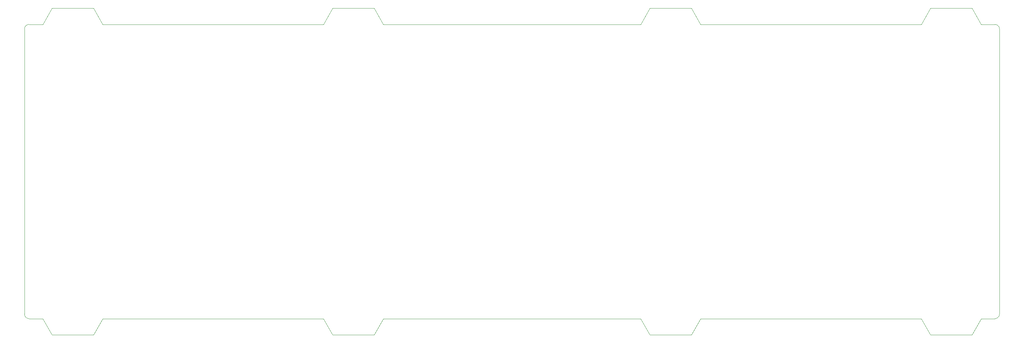
<source format=gbr>
G04 #@! TF.GenerationSoftware,KiCad,Pcbnew,(5.1.4-0)*
G04 #@! TF.CreationDate,2021-10-30T11:01:04-05:00*
G04 #@! TF.ProjectId,bottom_plate,626f7474-6f6d-45f7-906c-6174652e6b69,rev?*
G04 #@! TF.SameCoordinates,Original*
G04 #@! TF.FileFunction,Profile,NP*
%FSLAX46Y46*%
G04 Gerber Fmt 4.6, Leading zero omitted, Abs format (unit mm)*
G04 Created by KiCad (PCBNEW (5.1.4-0)) date 2021-10-30 11:01:04*
%MOMM*%
%LPD*%
G04 APERTURE LIST*
%ADD10C,0.050000*%
G04 APERTURE END LIST*
D10*
X397695186Y-40468952D02*
G75*
G02X398885810Y-41659576I0J-1190624D01*
G01*
X398885810Y-115478264D02*
G75*
G02X397695186Y-116668888I-1190624J0D01*
G01*
X147664146Y-116668888D02*
G75*
G02X146473522Y-115478264I0J1190624D01*
G01*
X146473522Y-41659576D02*
G75*
G02X147664146Y-40468952I1190624J0D01*
G01*
X391742066Y-120836072D02*
X394123314Y-116668888D01*
X381026450Y-120836072D02*
X378645202Y-116668888D01*
X391742066Y-120836072D02*
X381026450Y-120836072D01*
X319114002Y-120836072D02*
X321495250Y-116668888D01*
X308398386Y-120836072D02*
X306017138Y-116668888D01*
X319114002Y-120836072D02*
X308398386Y-120836072D01*
X236960946Y-120836072D02*
X239342194Y-116668888D01*
X226245330Y-120836072D02*
X223864082Y-116668888D01*
X236960946Y-120836072D02*
X226245330Y-120836072D01*
X164332882Y-120836072D02*
X166714130Y-116668888D01*
X153617266Y-120836072D02*
X151236018Y-116668888D01*
X164332882Y-120836072D02*
X153617266Y-120836072D01*
X381026450Y-36301768D02*
X378645202Y-40468952D01*
X391742066Y-36301768D02*
X394123314Y-40468952D01*
X381026450Y-36301768D02*
X391742066Y-36301768D01*
X308398386Y-36301704D02*
X306017138Y-40468888D01*
X319114002Y-36301704D02*
X321495250Y-40468888D01*
X308398386Y-36301704D02*
X319114002Y-36301704D01*
X226245330Y-36301768D02*
X223864082Y-40468952D01*
X236960946Y-36301768D02*
X239342194Y-40468952D01*
X226245330Y-36301768D02*
X236960946Y-36301768D01*
X153617266Y-36301768D02*
X151236018Y-40468952D01*
X164332882Y-36301768D02*
X166714130Y-40468952D01*
X153617266Y-36301768D02*
X164332882Y-36301768D01*
X151236018Y-40468952D02*
X147664146Y-40468880D01*
X394123314Y-116668888D02*
X397695186Y-116669080D01*
X321495250Y-116669016D02*
X378645202Y-116668888D01*
X239342194Y-116668888D02*
X306017138Y-116669016D01*
X166714130Y-116668888D02*
X223864082Y-116668888D01*
X147664146Y-116668888D02*
X151236018Y-116668888D01*
X146473522Y-41659576D02*
X146472850Y-115478264D01*
X223864082Y-40468952D02*
X166714130Y-40468952D01*
X306017138Y-40468888D02*
X239342194Y-40468952D01*
X378645202Y-40468952D02*
X321495250Y-40468888D01*
X397695186Y-40468952D02*
X394123314Y-40468952D01*
X398886410Y-115478264D02*
X398886410Y-41659576D01*
M02*

</source>
